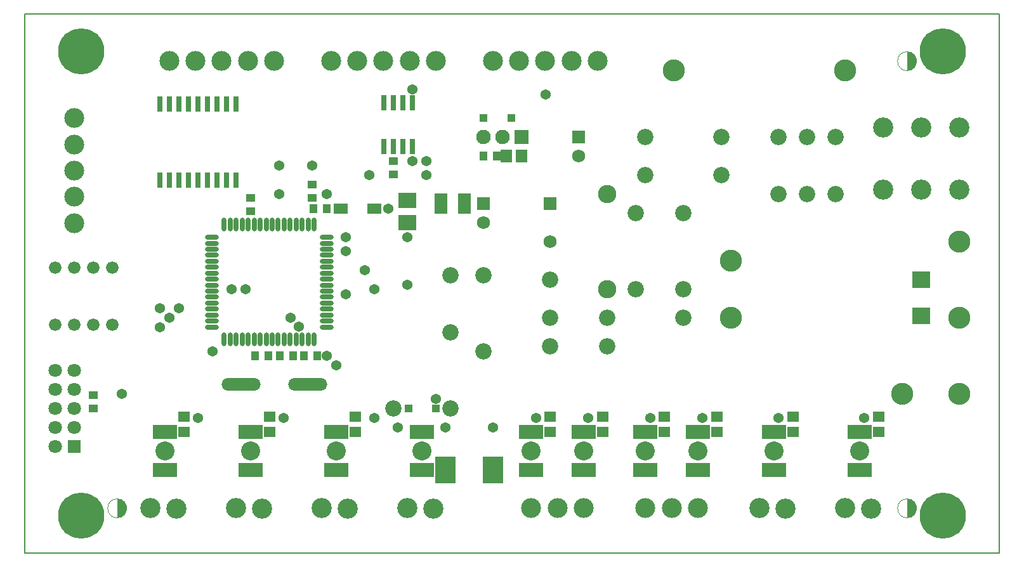
<source format=gbr>
%FSLAX23Y23*%
%MOIN*%
G04 EasyPC Gerber Version 16.0.6 Build 3249 *
%ADD99O,0.02400X0.07293*%
%ADD106R,0.02569X0.08100*%
%ADD119R,0.02800X0.08400*%
%ADD118R,0.04100X0.04100*%
%ADD101R,0.04400X0.04600*%
%ADD117R,0.06100X0.06600*%
%ADD103R,0.07100X0.10600*%
%ADD110R,0.10600X0.14100*%
%ADD115R,0.06800X0.06800*%
%ADD155R,0.06899X0.06899*%
%ADD121R,0.07100X0.07100*%
%ADD113R,0.07600X0.07600*%
%ADD10C,0.00100*%
%ADD11C,0.00500*%
%ADD97C,0.05400*%
%ADD151C,0.06600*%
%ADD116C,0.06800*%
%ADD156C,0.06899*%
%ADD120C,0.07100*%
%ADD114C,0.07600*%
%ADD108C,0.08600*%
%ADD154C,0.09600*%
%ADD158C,0.10000*%
%ADD157C,0.10443*%
%ADD107C,0.10600*%
%ADD152C,0.11600*%
%ADD153C,0.11600*%
%ADD150C,0.24222*%
%ADD98O,0.07293X0.02400*%
%ADD100O,0.20600X0.06600*%
%ADD102R,0.04600X0.04400*%
%ADD111R,0.06100X0.05200*%
%ADD105R,0.07600X0.05600*%
%ADD112R,0.12600X0.07600*%
%ADD104R,0.09261X0.08474*%
%ADD109R,0.09600X0.09100*%
X0Y0D02*
D02*
D10*
X488Y288D02*
G75*
G03Y188J-50D01*
G01*
G75*
G03Y288J50*
G01*
G36*
G75*
G03Y188J-50*
G01*
G75*
G03Y288J50*
G01*
G37*
X4638D02*
G75*
G03Y188J-50D01*
G01*
G75*
G03Y288J50*
G01*
G36*
G75*
G03Y188J-50*
G01*
G75*
G03Y288J50*
G01*
G37*
Y2638D02*
G75*
G03Y2538J-50D01*
G01*
G75*
G03Y2638J50*
G01*
G36*
G75*
G03Y2538J-50*
G01*
G75*
G03Y2638J50*
G01*
G37*
D02*
D11*
X5121Y2837D02*
Y3D01*
X3*
Y2837*
X5121*
D02*
D97*
X513Y838D03*
X713Y1188D03*
Y1288D03*
X763Y1238D03*
X813Y1288D03*
X913Y713D03*
X988Y1063D03*
X1088Y1388D03*
X1163D03*
X1338Y1888D03*
Y2038D03*
X1363Y713D03*
X1398Y1238D03*
X1443Y1193D03*
X1513Y2038D03*
X1588Y1038D03*
Y1888D03*
X1638Y988D03*
X1688Y1363D03*
Y1588D03*
Y1663D03*
X1788Y1488D03*
X1813Y1988D03*
X1838Y713D03*
Y1388D03*
X1913Y1813D03*
X1963Y663D03*
X2013Y1413D03*
Y1663D03*
X2038Y2063D03*
Y2438D03*
X2113Y1988D03*
Y2063D03*
X2163Y813D03*
X2213Y663D03*
X2463D03*
X2688Y713D03*
X2738Y2413D03*
X2963Y713D03*
X3288D03*
X3563D03*
X3963D03*
X4413D03*
D02*
D98*
X985Y1190D03*
Y1222D03*
Y1253D03*
Y1285D03*
Y1316D03*
Y1348D03*
Y1379D03*
Y1411D03*
Y1442D03*
Y1474D03*
Y1505D03*
Y1537D03*
Y1568D03*
Y1600D03*
Y1631D03*
Y1663D03*
X1588Y1190D03*
Y1222D03*
Y1253D03*
Y1285D03*
Y1316D03*
Y1348D03*
Y1379D03*
Y1411D03*
Y1442D03*
Y1474D03*
Y1505D03*
Y1537D03*
Y1568D03*
Y1600D03*
Y1631D03*
Y1663D03*
D02*
D99*
X1050Y1126D03*
Y1728D03*
X1082Y1126D03*
Y1728D03*
X1113Y1126D03*
Y1728D03*
X1145Y1126D03*
Y1728D03*
X1176Y1126D03*
Y1728D03*
X1208Y1126D03*
Y1728D03*
X1239Y1126D03*
Y1728D03*
X1271Y1126D03*
Y1728D03*
X1302Y1126D03*
Y1728D03*
X1334Y1126D03*
Y1728D03*
X1365Y1126D03*
Y1728D03*
X1397Y1126D03*
Y1728D03*
X1428Y1126D03*
Y1728D03*
X1460Y1126D03*
Y1728D03*
X1491Y1126D03*
Y1728D03*
X1523Y1126D03*
Y1728D03*
D02*
D100*
X1138Y888D03*
X1488D03*
D02*
D101*
X1213Y1038D03*
X1283D03*
X1343D03*
X1413D03*
X1468D03*
X1518Y1813D03*
X1538Y1038D03*
X1588Y1813D03*
X2413Y2088D03*
X2483D03*
D02*
D102*
X363Y763D03*
Y833D03*
X1188Y1798D03*
Y1868D03*
X1513D03*
Y1938D03*
X1938Y1993D03*
Y2063D03*
D02*
D103*
X2188Y1838D03*
X2313D03*
D02*
D104*
X2013Y1738D03*
Y1856D03*
D02*
D105*
X1663Y1813D03*
X1838D03*
D02*
D106*
X1888Y2138D03*
Y2368D03*
X1938Y2138D03*
Y2368D03*
X1988Y2138D03*
Y2368D03*
X2038Y2138D03*
Y2368D03*
D02*
D107*
X663Y238D03*
X800Y236D03*
X1113Y238D03*
X1250Y236D03*
X1563Y238D03*
X1700Y236D03*
X2013Y238D03*
X2150Y236D03*
X3863Y238D03*
X4000Y236D03*
X4313Y238D03*
X4450Y236D03*
X4513Y1913D03*
Y2238D03*
X4713Y1913D03*
Y2238D03*
X4913Y1913D03*
Y2238D03*
D02*
D108*
X1938Y763D03*
X2238D03*
Y1163D03*
Y1463D03*
X2413Y1063D03*
Y1463D03*
X2763Y1088D03*
Y1238D03*
Y1438D03*
X3063Y1088D03*
Y1238D03*
X3213Y1388D03*
Y1788D03*
X3263Y1988D03*
Y2188D03*
X3463Y1238D03*
Y1388D03*
Y1788D03*
X3663Y1988D03*
Y2188D03*
X3963Y1888D03*
Y2188D03*
X4113Y1888D03*
Y2188D03*
X4263Y1888D03*
Y2188D03*
D02*
D109*
X4713Y1248D03*
Y1438D03*
D02*
D110*
X2213Y438D03*
X2463D03*
D02*
D111*
X838Y638D03*
Y718D03*
X1288Y638D03*
Y718D03*
X1738Y638D03*
Y718D03*
X2763Y638D03*
Y718D03*
X3038Y638D03*
Y718D03*
X3363Y638D03*
Y718D03*
X3638Y638D03*
Y718D03*
X4038Y638D03*
Y718D03*
X4488Y638D03*
Y718D03*
D02*
D112*
X738Y438D03*
Y638D03*
X1188Y438D03*
Y638D03*
X1638Y438D03*
Y638D03*
X2088Y438D03*
Y638D03*
X2663Y438D03*
Y638D03*
X2938Y438D03*
Y638D03*
X3263Y438D03*
Y638D03*
X3538Y438D03*
Y638D03*
X3938Y438D03*
Y638D03*
X4388Y438D03*
Y638D03*
D02*
D113*
X2613Y2188D03*
D02*
D114*
X2413D03*
X2513D03*
D02*
D115*
X2413Y1838D03*
X2913Y2188D03*
D02*
D116*
X2413Y1738D03*
X2913Y2088D03*
D02*
D117*
X2531D03*
X2613D03*
D02*
D118*
X2018Y763D03*
X2163D03*
X2413Y2288D03*
X2558D03*
D02*
D119*
X713Y1963D03*
Y2363D03*
X763Y1963D03*
Y2363D03*
X813Y1963D03*
Y2363D03*
X863Y1963D03*
Y2363D03*
X913Y1963D03*
Y2363D03*
X963Y1963D03*
Y2363D03*
X1013Y1963D03*
Y2363D03*
X1063Y1963D03*
Y2363D03*
X1113Y1963D03*
Y2363D03*
D02*
D120*
X163Y563D03*
Y663D03*
Y763D03*
Y863D03*
Y963D03*
X263Y663D03*
Y763D03*
Y863D03*
Y963D03*
D02*
D121*
Y563D03*
D02*
D150*
X298Y199D03*
Y2640D03*
X4825Y199D03*
Y2640D03*
D02*
D151*
X163Y1203D03*
Y1503D03*
X263Y1203D03*
Y1503D03*
X363Y1203D03*
Y1503D03*
X463Y1203D03*
Y1503D03*
D02*
D152*
X3713Y1238D03*
Y1538D03*
X4613Y838D03*
X4913D03*
Y1238D03*
Y1638D03*
D02*
D153*
X3413Y2538D03*
X4313D03*
D02*
D154*
X3063Y1388D03*
Y1888D03*
D02*
D155*
X2763Y1838D03*
D02*
D156*
Y1638D03*
D02*
D157*
X263Y1737D03*
Y1875D03*
Y2012D03*
Y2150D03*
Y2288D03*
X762Y2588D03*
X899D03*
X1037D03*
X1175D03*
X1313D03*
X1612D03*
X1749D03*
X1887D03*
X2025D03*
X2163D03*
X2462D03*
X2599D03*
X2663Y238D03*
X2737Y2588D03*
X2801Y238D03*
X2875Y2588D03*
X2938Y238D03*
X3013Y2588D03*
X3263Y238D03*
X3401D03*
X3538D03*
D02*
D158*
X738Y538D03*
X1188D03*
X1638D03*
X2088D03*
X2663D03*
X2938D03*
X3263D03*
X3538D03*
X3938D03*
X4388D03*
X0Y0D02*
M02*

</source>
